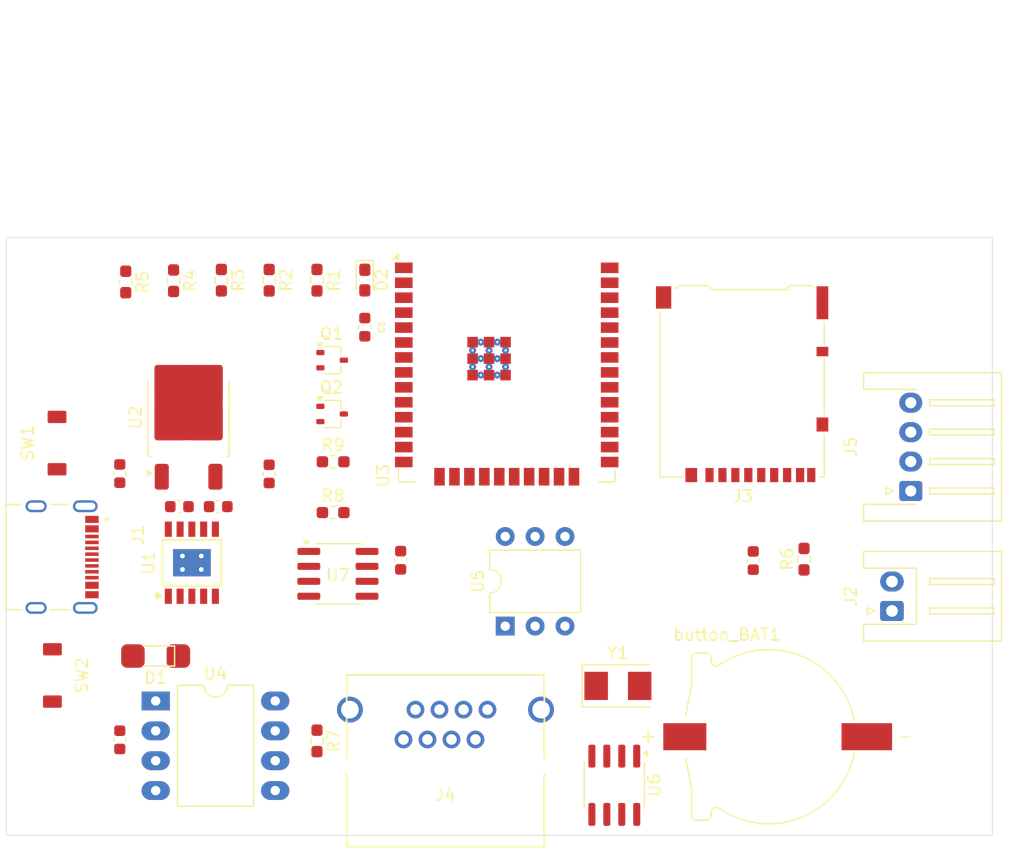
<source format=kicad_pcb>
(kicad_pcb (version 20240108) (generator "pcbnew") (generator_version "8.0")
  (layers (0 "F.Cu" signal) (31 "B.Cu" signal) (34 "B.Paste" user) (35 "F.Paste" user) (36 "B.SilkS" user "B.Silkscreen") (37 "F.SilkS" user "F.Silkscreen") (38 "B.Mask" user) (39 "F.Mask" user) (44 "Edge.Cuts" user))
  (net 0 "")
  (net 1 "GND")
  (net 2 "ext.5V")
  (net 3 "Net-(U1-V3)")
  (net 4 "3.3V")
  (net 5 "EN")
  (net 6 "IO 0")
  (net 7 "Net-(D1-A)")
  (net 8 "Net-(D2-A)")
  (net 9 "DN")
  (net 10 "DP")
  (net 13 "Net-(J1-CC2)")
  (net 14 "Net-(J1-CC1)")
  (net 16 "CLK")
  (net 17 "DAT0")
  (net 20 "DAT3")
  (net 21 "CMD")
  (net 32 "Net-(U4-CANH)")
  (net 34 "Net-(U4-CANL)")
  (net 35 "UART2-GtoE")
  (net 36 "UART2-EtoG")
  (net 37 "RTS")
  (net 38 "Net-(Q1-B)")
  (net 39 "Net-(Q2-B)")
  (net 40 "DTR")
  (net 41 "SDA")
  (net 42 "SCL")
  (net 43 "K-TX>RX")
  (net 44 "32-TX>RX")
  (net 62 "CANTX")
  (net 66 "CANRX")
  (net 70 "Net-(U6-VBAT)")
  (net 72 "Net-(U6-X2)")
  (net 73 "Net-(U6-X1)")
  (footprint "RF_Module:ESP32-WROOM-32E" (layer "F.Cu") (at 192.405 78.94)
    (property "Reference" "U3" (at -10.5 13.5 90) (layer "F.SilkS") (effects (justify left)))
    (property "Value" "ESP32-WROOM-32E")
    (fp_line (start -9.2 12.95) (end -9.2 12) (stroke (width 0.12)) (layer "F.SilkS"))
    (fp_line (start -7.8 12.95) (end -9.2 12.95) (stroke (width 0.12)) (layer "F.SilkS"))
    (fp_line (start 7.8 12.95) (end 9.2 12.95) (stroke (width 0.12)) (layer "F.SilkS"))
    (fp_line (start 9.2 12.95) (end 9.2 12) (stroke (width 0.12)) (layer "F.SilkS"))
    (fp_poly (pts (xy -9.2 -6) (xy -9.7 -6) (xy -9.2 -6.5) (xy -9.2 -6)) (stroke (width 0.12)) (fill solid) (layer "F.SilkS"))
    (pad "1" smd rect (at -8.75 -5.26) (size 1.5 0.9) (layers "F.Cu" "F.Paste" "F.Mask") (net 1 "GND"))
    (pad "2" smd rect (at -8.75 -3.99) (size 1.5 0.9) (layers "F.Cu" "F.Paste" "F.Mask") (net 4 "3.3V"))
    (pad "3" smd rect (at -8.75 -2.72) (size 1.5 0.9) (layers "F.Cu" "F.Paste" "F.Mask") (net 5 "EN"))
    (pad "4" smd rect (at -8.75 -1.45) (size 1.5 0.9) (layers "F.Cu" "F.Paste" "F.Mask"))
    (pad "5" smd rect (at -8.75 -0.18) (size 1.5 0.9) (layers "F.Cu" "F.Paste" "F.Mask"))
    (pad "6" smd rect (at -8.75 1.09) (size 1.5 0.9) (layers "F.Cu" "F.Paste" "F.Mask"))
    (pad "7" smd rect (at -8.75 2.36) (size 1.5 0.9) (layers "F.Cu" "F.Paste" "F.Mask"))
    (pad "8" smd rect (at -8.75 3.63) (size 1.5 0.9) (layers "F.Cu" "F.Paste" "F.Mask"))
    (pad "9" smd rect (at -8.75 4.9) (size 1.5 0.9) (layers "F.Cu" "F.Paste" "F.Mask"))
    (pad "10" smd rect (at -8.75 6.17) (size 1.5 0.9) (layers "F.Cu" "F.Paste" "F.Mask"))
    (pad "11" smd rect (at -8.75 7.44) (size 1.5 0.9) (layers "F.Cu" "F.Paste" "F.Mask"))
    (pad "12" smd rect (at -8.75 8.71) (size 1.5 0.9) (layers "F.Cu" "F.Paste" "F.Mask"))
    (pad "13" smd rect (at -8.75 9.98) (size 1.5 0.9) (layers "F.Cu" "F.Paste" "F.Mask") (net 66 "CANRX"))
    (pad "14" smd rect (at -8.75 11.25) (size 1.5 0.9) (layers "F.Cu" "F.Paste" "F.Mask") (net 62 "CANTX"))
    (pad "15" smd rect (at -5.715 12.5 90) (size 1.5 0.9) (layers "F.Cu" "F.Paste" "F.Mask") (net 1 "GND"))
    (pad "16" smd rect (at -4.445 12.5 90) (size 1.5 0.9) (layers "F.Cu" "F.Paste" "F.Mask"))
    (pad "17" smd rect (at -3.175 12.5 90) (size 1.5 0.9) (layers "F.Cu" "F.Paste" "F.Mask"))
    (pad "18" smd rect (at -1.905 12.5 90) (size 1.5 0.9) (layers "F.Cu" "F.Paste" "F.Mask"))
    (pad "19" smd rect (at -0.635 12.5 90) (size 1.5 0.9) (layers "F.Cu" "F.Paste" "F.Mask"))
    (pad "20" smd rect (at 0.635 12.5 90) (size 1.5 0.9) (layers "F.Cu" "F.Paste" "F.Mask"))
    (pad "21" smd rect (at 1.905 12.5 90) (size 1.5 0.9) (layers "F.Cu" "F.Paste" "F.Mask"))
    (pad "22" smd rect (at 3.175 12.5 90) (size 1.5 0.9) (layers "F.Cu" "F.Paste" "F.Mask"))
    (pad "23" smd rect (at 4.445 12.5 90) (size 1.5 0.9) (layers "F.Cu" "F.Paste" "F.Mask"))
    (pad "24" smd rect (at 5.715 12.5 90) (size 1.5 0.9) (layers "F.Cu" "F.Paste" "F.Mask"))
    (pad "25" smd rect (at 8.75 11.25) (size 1.5 0.9) (layers "F.Cu" "F.Paste" "F.Mask") (net 6 "IO 0"))
    (pad "26" smd rect (at 8.75 9.98) (size 1.5 0.9) (layers "F.Cu" "F.Paste" "F.Mask") (net 20 "DAT3"))
    (pad "27" smd rect (at 8.75 8.71) (size 1.5 0.9) (layers "F.Cu" "F.Paste" "F.Mask") (net 35 "UART2-GtoE"))
    (pad "28" smd rect (at 8.75 7.44) (size 1.5 0.9) (layers "F.Cu" "F.Paste" "F.Mask") (net 36 "UART2-EtoG"))
    (pad "29" smd rect (at 8.75 6.17) (size 1.5 0.9) (layers "F.Cu" "F.Paste" "F.Mask"))
    (pad "30" smd rect (at 8.75 4.9) (size 1.5 0.9) (layers "F.Cu" "F.Paste" "F.Mask") (net 16 "CLK"))
    (pad "31" smd rect (at 8.75 3.63) (size 1.5 0.9) (layers "F.Cu" "F.Paste" "F.Mask") (net 17 "DAT0"))
    (pad "32" smd rect (at 8.75 2.36) (size 1.5 0.9) (layers "F.Cu" "F.Paste" "F.Mask"))
    (pad "33" smd rect (at 8.75 1.09) (size 1.5 0.9) (layers "F.Cu" "F.Paste" "F.Mask") (net 41 "SDA"))
    (pad "34" smd rect (at 8.75 -0.18) (size 1.5 0.9) (layers "F.Cu" "F.Paste" "F.Mask") (net 43 "K-TX>RX"))
    (pad "35" smd rect (at 8.75 -1.45) (size 1.5 0.9) (layers "F.Cu" "F.Paste" "F.Mask") (net 44 "32-TX>RX"))
    (pad "36" smd rect (at 8.75 -2.72) (size 1.5 0.9) (layers "F.Cu" "F.Paste" "F.Mask") (net 42 "SCL"))
    (pad "37" smd rect (at 8.75 -3.99) (size 1.5 0.9) (layers "F.Cu" "F.Paste" "F.Mask") (net 21 "CMD"))
    (pad "38" smd rect (at 8.75 -5.26) (size 1.5 0.9) (layers "F.Cu" "F.Paste" "F.Mask") (net 1 "GND"))
    (pad "39" smd rect (at -2.9 1.06) (size 0.9 0.9) (layers "F.Cu" "F.Paste" "F.Mask") (net 1 "GND"))
    (pad "39" thru_hole circle (at -2.9 1.76) (size 0.6 0.6) (drill 0.2) (layers "*.Cu" "*.Mask") (net 1 "GND"))
    (pad "39" smd rect (at -2.9 2.46) (size 0.9 0.9) (layers "F.Cu" "F.Paste" "F.Mask") (net 1 "GND"))
    (pad "39" thru_hole circle (at -2.9 3.16) (size 0.6 0.6) (drill 0.2) (layers "*.Cu" "*.Mask") (net 1 "GND"))
    (pad "39" smd rect (at -2.9 3.86) (size 0.9 0.9) (layers "F.Cu" "F.Paste" "F.Mask") (net 1 "GND"))
    (pad "39" thru_hole circle (at -2.2 1.06) (size 0.6 0.6) (drill 0.2) (layers "*.Cu" "*.Mask") (net 1 "GND"))
    (pad "39" thru_hole circle (at -2.2 2.46) (size 0.6 0.6) (drill 0.2) (layers "*.Cu" "*.Mask") (net 1 "GND"))
    (pad "39" thru_hole circle (at -2.2 3.86) (size 0.6 0.6) (drill 0.2) (layers "*.Cu" "*.Mask") (net 1 "GND"))
    (pad "39" smd rect (at -1.5 1.06) (size 0.9 0.9) (layers "F.Cu" "F.Paste" "F.Mask") (net 1 "GND"))
    (pad "39" thru_hole circle (at -1.5 1.76) (size 0.6 0.6) (drill 0.2) (layers "*.Cu" "*.Mask") (net 1 "GND"))
    (pad "39" smd rect (at -1.5 2.46) (size 0.9 0.9) (layers "F.Cu" "F.Paste" "F.Mask") (net 1 "GND"))
    (pad "39" thru_hole circle (at -1.5 3.16) (size 0.6 0.6) (drill 0.2) (layers "*.Cu" "*.Mask") (net 1 "GND"))
    (pad "39" smd rect (at -1.5 3.86) (size 0.9 0.9) (layers "F.Cu" "F.Paste" "F.Mask") (net 1 "GND"))
    (pad "39" thru_hole circle (at -0.8 1.06) (size 0.6 0.6) (drill 0.2) (layers "*.Cu" "*.Mask") (net 1 "GND"))
    (pad "39" thru_hole circle (at -0.8 2.46) (size 0.6 0.6) (drill 0.2) (layers "*.Cu" "*.Mask") (net 1 "GND"))
    (pad "39" thru_hole circle (at -0.8 3.86) (size 0.6 0.6) (drill 0.2) (layers "*.Cu" "*.Mask") (net 1 "GND"))
    (pad "39" smd rect (at -0.1 1.06) (size 0.9 0.9) (layers "F.Cu" "F.Paste" "F.Mask") (net 1 "GND"))
    (pad "39" thru_hole circle (at -0.1 1.76) (size 0.6 0.6) (drill 0.2) (layers "*.Cu" "*.Mask") (net 1 "GND"))
    (pad "39" smd rect (at -0.1 2.46) (size 0.9 0.9) (layers "F.Cu" "F.Paste" "F.Mask") (net 1 "GND"))
    (pad "39" thru_hole circle (at -0.1 3.16) (size 0.6 0.6) (drill 0.2) (layers "*.Cu" "*.Mask") (net 1 "GND"))
    (pad "39" smd rect (at -0.1 3.86) (size 0.9 0.9) (layers "F.Cu" "F.Paste" "F.Mask") (net 1 "GND"))
  )
  (footprint "Package_DIP:DIP-8_W10.16mm_LongPads" (layer "F.Cu") (at 162.565 110.5)
    (property "Reference" "U4" (at 5.08 -2.33 360) (layer "F.SilkS"))
    (property "Value" "MCP2561-E-P")
    (fp_line (start 1.845 -1.33) (end 1.845 8.95) (stroke (width 0.12)) (layer "F.SilkS"))
    (fp_line (start 1.845 8.95) (end 8.315 8.95) (stroke (width 0.12)) (layer "F.SilkS"))
    (fp_line (start 4.08 -1.33) (end 1.845 -1.33) (stroke (width 0.12)) (layer "F.SilkS"))
    (fp_line (start 8.315 -1.33) (end 6.08 -1.33) (stroke (width 0.12)) (layer "F.SilkS"))
    (fp_line (start 8.315 8.95) (end 8.315 -1.33) (stroke (width 0.12)) (layer "F.SilkS"))
    (fp_arc (start 6.08 -1.33) (mid 5.08 -0.33) (end 4.08 -1.33) (stroke (width 0.12)) (layer "F.SilkS"))
    (pad "1" thru_hole rect (at 0 0) (size 2.4 1.6) (drill 0.8) (layers "*.Cu" "*.Mask") (net 62 "CANTX"))
    (pad "2" thru_hole oval (at 0 2.54) (size 2.4 1.6) (drill 0.8) (layers "*.Cu" "*.Mask") (net 1 "GND"))
    (pad "3" thru_hole oval (at 0 5.08) (size 2.4 1.6) (drill 0.8) (layers "*.Cu" "*.Mask") (net 2 "ext.5V"))
    (pad "4" thru_hole oval (at 0 7.62) (size 2.4 1.6) (drill 0.8) (layers "*.Cu" "*.Mask") (net 66 "CANRX"))
    (pad "5" thru_hole oval (at 10.16 7.62) (size 2.4 1.6) (drill 0.8) (layers "*.Cu" "*.Mask"))
    (pad "6" thru_hole oval (at 10.16 5.08) (size 2.4 1.6) (drill 0.8) (layers "*.Cu" "*.Mask") (net 34 "Net-(U4-CANL)"))
    (pad "7" thru_hole oval (at 10.16 2.54) (size 2.4 1.6) (drill 0.8) (layers "*.Cu" "*.Mask") (net 32 "Net-(U4-CANH)"))
    (pad "8" thru_hole oval (at 10.16 0) (size 2.4 1.6) (drill 0.8) (layers "*.Cu" "*.Mask") (net 1 "GND"))
  )
  (footprint "MountingHole:MountingHole_3.2mm_M3" (layer "F.Cu") (at 154.94 116.84)
    (property "Reference" "REF**" (hide yes))
    (property "Value" "MountingHole_3.2mm_M3" (hide yes))
    (pad "" np_thru_hole circle (at 0 0) (size 3.2 3.2) (drill 3.2) (layers "F&B.Cu" "*.Mask"))
  )
  (footprint "Package_DIP:DIP-6_W7.62mm" (layer "F.Cu") (at 192.278 104.14 90)
    (property "Reference" "U5" (at 3.81 -2.33 270) (layer "F.SilkS"))
    (property "Value" "akizuki-BMX055")
    (fp_line (start 6.46 -1.33) (end 4.81 -1.33) (stroke (width 0.12)) (layer "F.SilkS"))
    (fp_line (start 2.81 -1.33) (end 1.16 -1.33) (stroke (width 0.12)) (layer "F.SilkS"))
    (fp_line (start 1.16 -1.33) (end 1.16 6.41) (stroke (width 0.12)) (layer "F.SilkS"))
    (fp_line (start 6.46 6.41) (end 6.46 -1.33) (stroke (width 0.12)) (layer "F.SilkS"))
    (fp_line (start 1.16 6.41) (end 6.46 6.41) (stroke (width 0.12)) (layer "F.SilkS"))
    (fp_arc (start 4.81 -1.33) (mid 3.81 -0.33) (end 2.81 -1.33) (stroke (width 0.12)) (layer "F.SilkS"))
    (pad "1" thru_hole rect (at 0 0 90) (size 1.6 1.6) (drill 0.8) (layers "*.Cu" "*.Mask") (net 1 "GND"))
    (pad "2" thru_hole oval (at 0 2.54 90) (size 1.6 1.6) (drill 0.8) (layers "*.Cu" "*.Mask") (net 41 "SDA"))
    (pad "3" thru_hole oval (at 0 5.08 90) (size 1.6 1.6) (drill 0.8) (layers "*.Cu" "*.Mask") (net 42 "SCL"))
    (pad "4" thru_hole oval (at 7.62 5.08 90) (size 1.6 1.6) (drill 0.8) (layers "*.Cu" "*.Mask") (net 4 "3.3V"))
    (pad "5" thru_hole oval (at 7.62 2.54 90) (size 1.6 1.6) (drill 0.8) (layers "*.Cu" "*.Mask"))
    (pad "6" thru_hole oval (at 7.62 0 90) (size 1.6 1.6) (drill 0.8) (layers "*.Cu" "*.Mask") (net 4 "3.3V"))
  )
  (footprint "snapEDA:NELTRON_5077CR-16SMC2-BK-TR" (layer "F.Cu") (at 156.08 98.27 -90)
    (property "Reference" "J1" (at -1.895 -4.955 90) (layer "F.SilkS"))
    (property "Value" "5077CR-16SMC2-BK-TR")
    (fp_line (start -4.47 6.28) (end -4.47 4.9) (stroke (width 0.127)) (layer "F.SilkS"))
    (fp_line (start 4.47 6.28) (end -4.47 6.28) (stroke (width 0.127)) (layer "F.SilkS"))
    (fp_line (start 4.47 6.28) (end 4.47 4.9) (stroke (width 0.127)) (layer "F.SilkS"))
    (fp_line (start -4.47 2.46) (end -4.47 0.87) (stroke (width 0.127)) (layer "F.SilkS"))
    (fp_line (start 4.47 2.46) (end 4.47 0.87) (stroke (width 0.127)) (layer "F.SilkS"))
    (fp_circle (center -3.2 -2.32) (end -3.1 -2.32) (stroke (width 0.2)) (fill none) (layer "F.SilkS"))
    (pad "" np_thru_hole circle (at -2.89 0 270) (size 0.65 0.65) (drill 0.65) (layers "*.Cu" "*.Mask"))
    (pad "" np_thru_hole circle (at 2.89 0 270) (size 0.65 0.65) (drill 0.65) (layers "*.Cu" "*.Mask"))
    (pad "A1_B12" smd rect (at -3.2 -1.065 270) (size 0.6 1.15) (layers "F.Cu" "F.Paste" "F.Mask") (net 1 "GND"))
    (pad "A4_B9" smd rect (at -2.4 -1.065 270) (size 0.6 1.15) (layers "F.Cu" "F.Paste" "F.Mask") (net 7 "Net-(D1-A)"))
    (pad "A5" smd rect (at -1.25 -1.065 270) (size 0.3 1.15) (layers "F.Cu" "F.Paste" "F.Mask") (net 14 "Net-(J1-CC1)"))
    (pad "A6" smd rect (at -0.25 -1.065 270) (size 0.3 1.15) (layers "F.Cu" "F.Paste" "F.Mask") (net 10 "DP"))
    (pad "A7" smd rect (at 0.25 -1.065 270) (size 0.3 1.15) (layers "F.Cu" "F.Paste" "F.Mask") (net 9 "DN"))
    (pad "A8" smd rect (at 1.25 -1.065 270) (size 0.3 1.15) (layers "F.Cu" "F.Paste" "F.Mask"))
    (pad "B1_A12" smd rect (at 3.2 -1.065 270) (size 0.6 1.15) (layers "F.Cu" "F.Paste" "F.Mask") (net 1 "GND"))
    (pad "B4_A9" smd rect (at 2.4 -1.065 270) (size 0.6 1.15) (layers "F.Cu" "F.Paste" "F.Mask") (net 7 "Net-(D1-A)"))
    (pad "B5" smd rect (at 1.75 -1.065 270) (size 0.3 1.15) (layers "F.Cu" "F.Paste" "F.Mask") (net 13 "Net-(J1-CC2)"))
    (pad "B6" smd rect (at 0.75 -1.065 270) (size 0.3 1.15) (layers "F.Cu" "F.Paste" "F.Mask") (net 10 "DP"))
    (pad "B7" smd rect (at -0.75 -1.065 270) (size 0.3 1.15) (layers "F.Cu" "F.Paste" "F.Mask") (net 9 "DN"))
    (pad "B8" smd rect (at -1.75 -1.065 270) (size 0.3 1.15) (layers "F.Cu" "F.Paste" "F.Mask"))
    (pad "S1" thru_hole oval (at -4.32 3.68 270) (size 1 1.8) (drill oval 0.6 1.4) (layers "*.Cu" "*.Mask") (net 1 "GND"))
    (pad "S2" thru_hole oval (at 4.32 3.68 270) (size 1 1.8) (drill oval 0.6 1.4) (layers "*.Cu" "*.Mask") (net 1 "GND"))
    (pad "S3" thru_hole oval (at -4.32 -0.5 270) (size 1 2.1) (drill oval 0.6 1.7) (layers "*.Cu" "*.Mask") (net 1 "GND"))
    (pad "S4" thru_hole oval (at 4.32 -0.5 270) (size 1 2.1) (drill oval 0.6 1.7) (layers "*.Cu" "*.Mask") (net 1 "GND"))
  )
  (footprint "Resistor_SMD:R_0603_1608Metric_Pad0.98x0.95mm_HandSolder" (layer "F.Cu") (at 217.678 98.4485 90)
    (property "Reference" "R6" (at 0 -1.43 270) (layer "F.SilkS"))
    (property "Value" "10k")
    (fp_line (start -0.254724 -0.5225) (end 0.254724 -0.5225) (stroke (width 0.12)) (layer "F.SilkS"))
    (fp_line (start -0.254724 0.5225) (end 0.254724 0.5225) (stroke (width 0.12)) (layer "F.SilkS"))
    (pad "1" smd roundrect (at -0.9125 0 90) (size 0.975 0.95) (layers "F.Cu" "F.Paste" "F.Mask") (net 4 "3.3V"))
    (pad "2" smd roundrect (at 0.9125 0 90) (size 0.975 0.95) (layers "F.Cu" "F.Paste" "F.Mask") (net 5 "EN"))
  )
  (footprint "SparkFun-Capacitor:C_0603_1608Metric" (layer "F.Cu") (at 159.512 113.805 90)
    (property "Reference" "C7")
    (property "Value" "0.1μ")
    (fp_line (start -0.14058 -0.51) (end 0.14058 -0.51) (stroke (width 0.12)) (layer "F.SilkS"))
    (fp_line (start -0.14058 0.51) (end 0.14058 0.51) (stroke (width 0.12)) (layer "F.SilkS"))
    (pad "1" smd roundrect (at -0.775 0 90) (size 0.9 0.95) (layers "F.Cu" "F.Paste" "F.Mask") (net 2 "ext.5V"))
    (pad "2" smd roundrect (at 0.775 0 90) (size 0.9 0.95) (layers "F.Cu" "F.Paste" "F.Mask") (net 1 "GND"))
  )
  (footprint "Resistor_SMD:R_0603_1608Metric_Pad0.98x0.95mm_HandSolder" (layer "F.Cu") (at 168.148 74.7325 -90)
    (property "Reference" "R3" (at 0 -1.43 90) (layer "F.SilkS"))
    (property "Value" "1k")
    (fp_line (start -0.254724 0.5225) (end 0.254724 0.5225) (stroke (width 0.12)) (layer "F.SilkS"))
    (fp_line (start -0.254724 -0.5225) (end 0.254724 -0.5225) (stroke (width 0.12)) (layer "F.SilkS"))
    (pad "1" smd roundrect (at -0.9125 0 270) (size 0.975 0.95) (layers "F.Cu" "F.Paste" "F.Mask") (net 2 "ext.5V"))
    (pad "2" smd roundrect (at 0.9125 0 270) (size 0.975 0.95) (layers "F.Cu" "F.Paste" "F.Mask") (net 8 "Net-(D2-A)"))
  )
  (footprint "Connector_JST:JST_XH_S4B-XH-A-1_1x04_P2.50mm_Horizontal" (layer "F.Cu") (at 226.75 92.65 90)
    (property "Reference" "J5" (at 3.75 -5.1 -90) (layer "F.SilkS"))
    (property "Value" "B4B-XH-A_LF__SN_")
    (fp_line (start 10.06 -4.01) (end 8.64 -4.01) (stroke (width 0.12)) (layer "F.SilkS"))
    (fp_line (start 8.64 -4.01) (end 8.64 0.49) (stroke (width 0.12)) (layer "F.SilkS"))
    (fp_line (start -1.14 -4.01) (end -1.14 0.49) (stroke (width 0.12)) (layer "F.SilkS"))
    (fp_line (start -2.56 -4.01) (end -1.14 -4.01) (stroke (width 0.12)) (layer "F.SilkS"))
    (fp_line (start 0.3 -2.1) (end 0 -1.5) (stroke (width 0.12)) (layer "F.SilkS"))
    (fp_line (start -0.3 -2.1) (end 0.3 -2.1) (stroke (width 0.12)) (layer "F.SilkS"))
    (fp_line (start 0 -1.5) (end -0.3 -2.1) (stroke (width 0.12)) (layer "F.SilkS"))
    (fp_line (start 7.75 1.6) (end 7.25 1.6) (stroke (width 0.12)) (layer "F.SilkS"))
    (fp_line (start 7.25 1.6) (end 7.25 7.1) (stroke (width 0.12)) (layer "F.SilkS"))
    (fp_line (start 5.25 1.6) (end 4.75 1.6) (stroke (width 0.12)) (layer "F.SilkS"))
    (fp_line (start 4.75 1.6) (end 4.75 7.1) (stroke (width 0.12)) (layer "F.SilkS"))
    (fp_line (start 2.75 1.6) (end 2.25 1.6) (stroke (width 0.12)) (layer "F.SilkS"))
    (fp_line (start 2.25 1.6) (end 2.25 7.1) (stroke (width 0.12)) (layer "F.SilkS"))
    (fp_line (start 0.25 1.6) (end -0.25 1.6) (stroke (width 0.12)) (layer "F.SilkS"))
    (fp_line (start -0.25 1.6) (end -0.25 7.1) (stroke (width 0.12)) (layer "F.SilkS"))
    (fp_line (start 7.75 7.1) (end 7.75 1.6) (stroke (width 0.12)) (layer "F.SilkS"))
    (fp_line (start 7.25 7.1) (end 7.75 7.1) (stroke (width 0.12)) (layer "F.SilkS"))
    (fp_line (start 5.25 7.1) (end 5.25 1.6) (stroke (width 0.12)) (layer "F.SilkS"))
    (fp_line (start 4.75 7.1) (end 5.25 7.1) (stroke (width 0.12)) (layer "F.SilkS"))
    (fp_line (start 2.75 7.1) (end 2.75 1.6) (stroke (width 0.12)) (layer "F.SilkS"))
    (fp_line (start 2.25 7.1) (end 2.75 7.1) (stroke (width 0.12)) (layer "F.SilkS"))
    (fp_line (start 0.25 7.1) (end 0.25 1.6) (stroke (width 0.12)) (layer "F.SilkS"))
    (fp_line (start -0.25 7.1) (end 0.25 7.1) (stroke (width 0.12)) (layer "F.SilkS"))
    (fp_line (start 10.06 7.71) (end 10.06 -4.01) (stroke (width 0.12)) (layer "F.SilkS"))
    (fp_line (start 3.75 7.71) (end 10.06 7.71) (stroke (width 0.12)) (layer "F.SilkS"))
    (fp_line (start 3.75 7.71) (end -2.56 7.71) (stroke (width 0.12)) (layer "F.SilkS"))
    (fp_line (start -2.56 7.71) (end -2.56 -4.01) (stroke (width 0.12)) (layer "F.SilkS"))
    (pad "1" thru_hole roundrect (at 0 0 90) (size 1.7 1.95) (drill 0.95) (layers "*.Cu" "*.Mask") (roundrect_rratio 0.147059) (net 2 "ext.5V"))
    (pad "2" thru_hole oval (at 2.5 0 90) (size 1.7 1.95) (drill 0.95) (layers "*.Cu" "*.Mask") (net 35 "UART2-GtoE"))
    (pad "3" thru_hole oval (at 5 0 90) (size 1.7 1.95) (drill 0.95) (layers "*.Cu" "*.Mask") (net 36 "UART2-EtoG"))
    (pad "4" thru_hole oval (at 7.5 0 90) (size 1.7 1.95) (drill 0.95) (layers "*.Cu" "*.Mask") (net 1 "GND"))
  )
  (footprint "Button_Switch_additional:TVAF06-A020B-R" (layer "F.Cu") (at 153.786 108.331)
    (property "Reference" "SW2" (at 2.5 0 90) (layer "F.SilkS"))
    (property "Value" "SW_Push")
    (pad "" np_thru_hole circle (at -0.9 0) (size 0.75 0.75) (drill 0.75) (layers "*.Cu" "*.Mask"))
    (pad "" np_thru_hole circle (at 0.9 0) (size 0.75 0.75) (drill 0.75) (layers "*.Cu" "*.Mask"))
    (pad "1" smd roundrect (at 0 2.225) (size 1.6 1.05) (layers "F.Cu" "F.Paste" "F.Mask") (roundrect_rratio 0.125) (net 1 "GND"))
    (pad "2" smd roundrect (at 0 -2.225) (size 1.6 1.05) (layers "F.Cu" "F.Paste" "F.Mask") (roundrect_rratio 0.125) (net 6 "IO 0"))
  )
  (footprint "Package_TO_SOT_SMD:SOT-323_SC-70" (layer "F.Cu") (at 177.562 86.106)
    (property "Reference" "Q2" (at -0.05 -2.25 0) (layer "F.SilkS"))
    (property "Value" "2SC2712-GR" (hide yes))
    (fp_line (start -0.68 -1.16) (end 0.73 -1.16) (stroke (width 0.12)) (layer "F.SilkS"))
    (fp_line (start -0.68 1.16) (end 0.73 1.16) (stroke (width 0.12)) (layer "F.SilkS"))
    (fp_line (start 0.73 -1.16) (end 0.73 -0.5) (stroke (width 0.12)) (layer "F.SilkS"))
    (fp_line (start 0.73 0.5) (end 0.73 1.16) (stroke (width 0.12)) (layer "F.SilkS"))
    (fp_poly (pts (xy -1.05 -1.14) (xy -1.29 -1.47) (xy -0.81 -1.47) (xy -1.05 -1.14)) (stroke (width 0.12)) (fill solid) (layer "F.SilkS"))
    (pad "1" smd roundrect (at -1 -0.65 270) (size 0.45 0.7) (layers "F.Cu" "F.Paste" "F.Mask") (net 39 "Net-(Q2-B)"))
    (pad "2" smd roundrect (at -1 0.65 270) (size 0.45 0.7) (layers "F.Cu" "F.Paste" "F.Mask") (net 40 "DTR"))
    (pad "3" smd roundrect (at 1 0 270) (size 0.45 0.7) (layers "F.Cu" "F.Paste" "F.Mask") (net 6 "IO 0"))
  )
  (footprint "SparkFun-Capacitor:C_0603_1608Metric" (layer "F.Cu") (at 164.579 93.98)
    (property "Reference" "C2")
    (property "Value" "0.1μ")
    (fp_line (start -0.14058 -0.51) (end 0.14058 -0.51) (stroke (width 0.12)) (layer "F.SilkS"))
    (fp_line (start -0.14058 0.51) (end 0.14058 0.51) (stroke (width 0.12)) (layer "F.SilkS"))
    (pad "1" smd roundrect (at -0.775 0) (size 0.9 0.95) (layers "F.Cu" "F.Paste" "F.Mask") (net 3 "Net-(U1-V3)"))
    (pad "2" smd roundrect (at 0.775 0) (size 0.9 0.95) (layers "F.Cu" "F.Paste" "F.Mask") (net 1 "GND"))
  )
  (footprint "LED_SMD:LED_0603_1608Metric_Pad1.05x0.95mm_HandSolder" (layer "F.Cu") (at 180.34 74.723 -90)
    (property "Reference" "D2" (at 0 -1.43 90) (layer "F.SilkS"))
    (property "Value" "LED")
    (fp_line (start -1.66 0.735) (end 0.8 0.735) (stroke (width 0.12)) (layer "F.SilkS"))
    (fp_line (start -1.66 -0.735) (end -1.66 0.735) (stroke (width 0.12)) (layer "F.SilkS"))
    (fp_line (start 0.8 -0.735) (end -1.66 -0.735) (stroke (width 0.12)) (layer "F.SilkS"))
    (pad "1" smd roundrect (at -0.875 0 270) (size 1.05 0.95) (layers "F.Cu" "F.Paste" "F.Mask") (net 1 "GND"))
    (pad "2" smd roundrect (at 0.875 0 270) (size 1.05 0.95) (layers "F.Cu" "F.Paste" "F.Mask") (net 8 "Net-(D2-A)"))
  )
  (footprint "Package_TO_SOT_SMD:SOT-323_SC-70" (layer "F.Cu") (at 177.562 81.534)
    (property "Reference" "Q1" (at -0.05 -2.25 0) (layer "F.SilkS"))
    (property "Value" "2SC2712-GR" (hide yes))
    (fp_line (start -0.68 -1.16) (end 0.73 -1.16) (stroke (width 0.12)) (layer "F.SilkS"))
    (fp_line (start -0.68 1.16) (end 0.73 1.16) (stroke (width 0.12)) (layer "F.SilkS"))
    (fp_line (start 0.73 -1.16) (end 0.73 -0.5) (stroke (width 0.12)) (layer "F.SilkS"))
    (fp_line (start 0.73 0.5) (end 0.73 1.16) (stroke (width 0.12)) (layer "F.SilkS"))
    (fp_poly (pts (xy -1.05 -1.14) (xy -1.29 -1.47) (xy -0.81 -1.47) (xy -1.05 -1.14)) (stroke (width 0.12)) (fill solid) (layer "F.SilkS"))
    (pad "1" smd roundrect (at -1 -0.65 270) (size 0.45 0.7) (layers "F.Cu" "F.Paste" "F.Mask") (net 38 "Net-(Q1-B)"))
    (pad "2" smd roundrect (at -1 0.65 270) (size 0.45 0.7) (layers "F.Cu" "F.Paste" "F.Mask") (net 37 "RTS"))
    (pad "3" smd roundrect (at 1 0 270) (size 0.45 0.7) (layers "F.Cu" "F.Paste" "F.Mask") (net 5 "EN"))
  )
  (footprint "SparkFun-Capacitor:C_0603_1608Metric" (layer "F.Cu") (at 167.881 93.98)
    (property "Reference" "C1")
    (property "Value" "0.1μ")
    (fp_line (start -0.14058 -0.51) (end 0.14058 -0.51) (stroke (width 0.12)) (layer "F.SilkS"))
    (fp_line (start -0.14058 0.51) (end 0.14058 0.51) (stroke (width 0.12)) (layer "F.SilkS"))
    (pad "1" smd roundrect (at -0.775 0) (size 0.9 0.95) (layers "F.Cu" "F.Paste" "F.Mask") (net 1 "GND"))
    (pad "2" smd roundrect (at 0.775 0) (size 0.9 0.95) (layers "F.Cu" "F.Paste" "F.Mask") (net 2 "ext.5V"))
  )
  (footprint "Connector_JST:JST_XH_S2B-XH-A_1x02_P2.50mm_Horizontal" (layer "F.Cu") (at 225.15 102.85 90)
    (property "Reference" "J2" (at 1.25 -3.5 270) (layer "F.SilkS"))
    (property "Value" "B2B-XH-A_LF__SN_")
    (fp_line (start 5.06 -2.41) (end 3.64 -2.41) (stroke (width 0.12)) (layer "F.SilkS"))
    (fp_line (start 3.64 -2.41) (end 3.64 2.09) (stroke (width 0.12)) (layer "F.SilkS"))
    (fp_line (start -1.14 -2.41) (end -1.14 2.09) (stroke (width 0.12)) (layer "F.SilkS"))
    (fp_line (start -2.56 -2.41) (end -1.14 -2.41) (stroke (width 0.12)) (layer "F.SilkS"))
    (fp_line (start 0.3 -2.1) (end 0 -1.5) (stroke (width 0.12)) (layer "F.SilkS"))
    (fp_line (start -0.3 -2.1) (end 0.3 -2.1) (stroke (width 0.12)) (layer "F.SilkS"))
    (fp_line (start 0 -1.5) (end -0.3 -2.1) (stroke (width 0.12)) (layer "F.SilkS"))
    (fp_line (start 3.64 2.09) (end 1.25 2.09) (stroke (width 0.12)) (layer "F.SilkS"))
    (fp_line (start -1.14 2.09) (end 1.25 2.09) (stroke (width 0.12)) (layer "F.SilkS"))
    (fp_line (start 2.75 3.2) (end 2.25 3.2) (stroke (width 0.12)) (layer "F.SilkS"))
    (fp_line (start 2.25 3.2) (end 2.25 8.7) (stroke (width 0.12)) (layer "F.SilkS"))
    (fp_line (start 0.25 3.2) (end -0.25 3.2) (stroke (width 0.12)) (layer "F.SilkS"))
    (fp_line (start -0.25 3.2) (end -0.25 8.7) (stroke (width 0.12)) (layer "F.SilkS"))
    (fp_line (start 2.75 8.7) (end 2.75 3.2) (stroke (width 0.12)) (layer "F.SilkS"))
    (fp_line (start 2.25 8.7) (end 2.75 8.7) (stroke (width 0.12)) (layer "F.SilkS"))
    (fp_line (start 0.25 8.7) (end 0.25 3.2) (stroke (width 0.12)) (layer "F.SilkS"))
    (fp_line (start -0.25 8.7) (end 0.25 8.7) (stroke (width 0.12)) (layer "F.SilkS"))
    (fp_line (start 5.06 9.31) (end 5.06 -2.41) (stroke (width 0.12)) (layer "F.SilkS"))
    (fp_line (start 1.25 9.31) (end 5.06 9.31) (stroke (width 0.12)) (layer "F.SilkS"))
    (fp_line (start 1.25 9.31) (end -2.56 9.31) (stroke (width 0.12)) (layer "F.SilkS"))
    (fp_line (start -2.56 9.31) (end -2.56 -2.41) (stroke (width 0.12)) (layer "F.SilkS"))
    (pad "1" thru_hole roundrect (at 0 0 90) (size 1.7 2) (drill 1) (layers "*.Cu" "*.Mask") (roundrect_rratio 0.147059) (net 2 "ext.5V"))
    (pad "2" thru_hole oval (at 2.5 0 90) (size 1.7 2) (drill 1) (layers "*.Cu" "*.Mask") (net 1 "GND"))
  )
  (footprint "SparkFun-Capacitor:C_0603_1608Metric" (layer "F.Cu") (at 213.36 98.565 90)
    (property "Reference" "C6")
    (property "Value" "0.1μ")
    (fp_line (start -0.14058 -0.51) (end 0.14058 -0.51) (stroke (width 0.12)) (layer "F.SilkS"))
    (fp_line (start -0.14058 0.51) (end 0.14058 0.51) (stroke (width 0.12)) (layer "F.SilkS"))
    (pad "1" smd roundrect (at -0.775 0 90) (size 0.9 0.95) (layers "F.Cu" "F.Paste" "F.Mask") (net 1 "GND"))
    (pad "2" smd roundrect (at 0.775 0 90) (size 0.9 0.95) (layers "F.Cu" "F.Paste" "F.Mask") (net 6 "IO 0"))
  )
  (footprint "SparkFun-Capacitor:C_0603_1608Metric" (layer "F.Cu") (at 172.212 91.199 90)
    (property "Reference" "C4")
    (property "Value" "22μF")
    (fp_line (start -0.14058 -0.51) (end 0.14058 -0.51) (stroke (width 0.12)) (layer "F.SilkS"))
    (fp_line (start -0.14058 0.51) (end 0.14058 0.51) (stroke (width 0.12)) (layer "F.SilkS"))
    (pad "1" smd roundrect (at -0.775 0 90) (size 0.9 0.95) (layers "F.Cu" "F.Paste" "F.Mask") (net 4 "3.3V"))
    (pad "2" smd roundrect (at 0.775 0 90) (size 0.9 0.95) (layers "F.Cu" "F.Paste" "F.Mask") (net 1 "GND"))
  )
  (footprint "Button_Switch_additional:TVAF06-A020B-R" (layer "F.Cu") (at 154.178 88.58 180)
    (property "Reference" "SW1" (at 2.5 0 270) (layer "F.SilkS"))
    (property "Value" "SW_Push")
    (pad "" np_thru_hole circle (at -0.9 0 180) (size 0.75 0.75) (drill 0.75) (layers "*.Cu" "*.Mask"))
    (pad "" np_thru_hole circle (at 0.9 0 180) (size 0.75 0.75) (drill 0.75) (layers "*.Cu" "*.Mask"))
    (pad "1" smd roundrect (at 0 2.225 180) (size 1.6 1.05) (layers "F.Cu" "F.Paste" "F.Mask") (roundrect_rratio 0.125) (net 1 "GND"))
    (pad "2" smd roundrect (at 0 -2.225 180) (size 1.6 1.05) (layers "F.Cu" "F.Paste" "F.Mask") (roundrect_rratio 0.125) (net 5 "EN"))
  )
  (footprint "Resistor_SMD:R_0603_1608Metric_Pad0.98x0.95mm_HandSolder" (layer "F.Cu") (at 172.212 74.7325 -90)
    (property "Reference" "R2" (at 0 -1.43 90) (layer "F.SilkS"))
    (property "Value" "5.1k")
    (fp_line (start -0.254724 0.5225) (end 0.254724 0.5225) (stroke (width 0.12)) (layer "F.SilkS"))
    (fp_line (start -0.254724 -0.5225) (end 0.254724 -0.5225) (stroke (width 0.12)) (layer "F.SilkS"))
    (pad "1" smd roundrect (at -0.9125 0 270) (size 0.975 0.95) (layers "F.Cu" "F.Paste" "F.Mask") (net 14 "Net-(J1-CC1)"))
    (pad "2" smd roundrect (at 0.9125 0 270) (size 0.975 0.95) (layers "F.Cu" "F.Paste" "F.Mask") (net 1 "GND"))
  )
  (footprint "Diode_SMD:D_SOD-323F" (layer "F.Cu") (at 162.56 106.68 180)
    (property "Reference" "D1" (at 0 -1.85 180) (layer "F.SilkS"))
    (property "Value" "CUHS20F30")
    (fp_line (start -1.61 0.85) (end 1.05 0.85) (stroke (width 0.12)) (layer "F.SilkS"))
    (fp_line (start -1.61 -0.85) (end 1.05 -0.85) (stroke (width 0.12)) (layer "F.SilkS"))
    (fp_line (start -1.61 -0.85) (end -1.61 0.85) (stroke (width 0.12)) (layer "F.SilkS"))
    (pad "1" smd roundrect (at -1.9304 0 180) (size 2 2) (layers "F.Cu" "F.Paste" "F.Mask") (net 2 "ext.5V"))
    (pad "2" smd roundrect (at 1.9304 0 180) (size 2 2) (layers "F.Cu" "F.Paste" "F.Mask") (net 7 "Net-(D1-A)"))
  )
  (footprint "SparkFun-Capacitor:C_0603_1608Metric" (layer "F.Cu") (at 159.512 91.173 90)
    (property "Reference" "C3")
    (property "Value" "10μF")
    (fp_line (start -0.14058 -0.51) (end 0.14058 -0.51) (stroke (width 0.12)) (layer "F.SilkS"))
    (fp_line (start -0.14058 0.51) (end 0.14058 0.51) (stroke (width 0.12)) (layer "F.SilkS"))
    (pad "1" smd roundrect (at -0.775 0 90) (size 0.9 0.95) (layers "F.Cu" "F.Paste" "F.Mask") (net 2 "ext.5V"))
    (pad "2" smd roundrect (at 0.775 0 90) (size 0.9 0.95) (layers "F.Cu" "F.Paste" "F.Mask") (net 1 "GND"))
  )
  (footprint "SparkFun-Capacitor:C_0603_1608Metric" (layer "F.Cu") (at 183.388 98.539 -90)
    (property "Reference" "C8")
    (property "Value" "100μF")
    (fp_line (start -0.14058 0.51) (end 0.14058 0.51) (stroke (width 0.12)) (layer "F.SilkS"))
    (fp_line (start -0.14058 -0.51) (end 0.14058 -0.51) (stroke (width 0.12)) (layer "F.SilkS"))
    (pad "1" smd roundrect (at -0.775 0 270) (size 0.9 0.95) (layers "F.Cu" "F.Paste" "F.Mask") (net 2 "ext.5V"))
    (pad "2" smd roundrect (at 0.775 0 270) (size 0.9 0.95) (layers "F.Cu" "F.Paste" "F.Mask") (net 1 "GND"))
  )
  (footprint "Package_SO:SOIC-8_3.9x4.9mm_P1.27mm" (layer "F.Cu") (at 201.549 117.667 -90)
    (property "Reference" "U6" (at 0 -3.4 90) (layer "F.SilkS"))
    (property "Value" "DS1307ZN+")
    (fp_line (start 0 2.56) (end -1.95 2.56) (stroke (width 0.12)) (layer "F.SilkS"))
    (fp_line (start 0 2.56) (end 1.95 2.56) (stroke (width 0.12)) (layer "F.SilkS"))
    (fp_line (start 0 -2.56) (end -1.95 -2.56) (stroke (width 0.12)) (layer "F.SilkS"))
    (fp_line (start 0 -2.56) (end 1.95 -2.56) (stroke (width 0.12)) (layer "F.SilkS"))
    (fp_poly (pts (xy -2.7 -2.465) (xy -2.94 -2.795) (xy -2.46 -2.795) (xy -2.7 -2.465)) (stroke (width 0.12)) (fill solid) (layer "F.SilkS"))
    (pad "1" smd roundrect (at -2.475 -1.905 270) (size 1.95 0.6) (layers "F.Cu" "F.Paste" "F.Mask") (net 73 "Net-(U6-X1)"))
    (pad "2" smd roundrect (at -2.475 -0.635 270) (size 1.95 0.6) (layers "F.Cu" "F.Paste" "F.Mask") (net 72 "Net-(U6-X2)"))
    (pad "3" smd roundrect (at -2.475 0.635 270) (size 1.95 0.6) (layers "F.Cu" "F.Paste" "F.Mask") (net 70 "Net-(U6-VBAT)"))
    (pad "4" smd roundrect (at -2.475 1.905 270) (size 1.95 0.6) (layers "F.Cu" "F.Paste" "F.Mask") (net 1 "GND"))
    (pad "5" smd roundrect (at 2.475 1.905 270) (size 1.95 0.6) (layers "F.Cu" "F.Paste" "F.Mask") (net 41 "SDA"))
    (pad "6" smd roundrect (at 2.475 0.635 270) (size 1.95 0.6) (layers "F.Cu" "F.Paste" "F.Mask") (net 42 "SCL"))
    (pad "7" smd roundrect (at 2.475 -0.635 270) (size 1.95 0.6) (layers "F.Cu" "F.Paste" "F.Mask"))
    (pad "8" smd roundrect (at 2.475 -1.905 270) (size 1.95 0.6) (layers "F.Cu" "F.Paste" "F.Mask") (net 2 "ext.5V"))
  )
  (footprint "Resistor_SMD:R_0603_1608Metric_Pad0.98x0.95mm_HandSolder" (layer "F.Cu") (at 160.02 74.883 -90)
    (property "Reference" "R5" (at 0 -1.43 90) (layer "F.SilkS"))
    (property "Value" "10k")
    (fp_line (start -0.254724 0.5225) (end 0.254724 0.5225) (stroke (width 0.12)) (layer "F.SilkS"))
    (fp_line (start -0.254724 -0.5225) (end 0.254724 -0.5225) (stroke (width 0.12)) (layer "F.SilkS"))
    (pad "1" smd roundrect (at -0.9125 0 270) (size 0.975 0.95) (layers "F.Cu" "F.Paste" "F.Mask") (net 37 "RTS"))
    (pad "2" smd roundrect (at 0.9125 0 270) (size 0.975 0.95) (layers "F.Cu" "F.Paste" "F.Mask") (net 39 "Net-(Q2-B)"))
  )
  (footprint "Crystal:Crystal_SMD_5032-2Pin_5.0x3.2mm" (layer "F.Cu") (at 201.858 109.22)
    (property "Reference" "Y1" (at 0 -2.8 0) (layer "F.SilkS"))
    (property "Value" "32.768kHz")
    (fp_line (start -3.05 -1.8) (end -3.05 1.8) (stroke (width 0.12)) (layer "F.SilkS"))
    (fp_line (start -3.05 1.8) (end 2.7 1.8) (stroke (width 0.12)) (layer "F.SilkS"))
    (fp_line (start 2.7 -1.8) (end -3.05 -1.8) (stroke (width 0.12)) (layer "F.SilkS"))
    (pad "1" smd rect (at -1.85 0) (size 2 2.4) (layers "F.Cu" "F.Paste" "F.Mask") (net 72 "Net-(U6-X2)"))
    (pad "2" smd rect (at 1.85 0) (size 2 2.4) (layers "F.Cu" "F.Paste" "F.Mask") (net 73 "Net-(U6-X1)"))
  )
  (footprint "Resistor_SMD:R_0603_1608Metric_Pad0.98x0.95mm_HandSolder" (layer "F.Cu") (at 177.6495 94.488)
    (property "Reference" "R8" (at 0 -1.43 0) (layer "F.SilkS"))
    (property "Value" "10k")
    (fp_line (start -0.254724 -0.5225) (end 0.254724 -0.5225) (stroke (width 0.12)) (layer "F.SilkS"))
    (fp_line (start -0.254724 0.5225) (end 0.254724 0.5225) (stroke (width 0.12)) (layer "F.SilkS"))
    (pad "1" smd roundrect (at -0.9125 0) (size 0.975 0.95) (layers "F.Cu" "F.Paste" "F.Mask") (net 2 "ext.5V"))
    (pad "2" smd roundrect (at 0.9125 0) (size 0.975 0.95) (layers "F.Cu" "F.Paste" "F.Mask") (net 41 "SDA"))
  )
  (footprint "MountingHole:MountingHole_3.2mm_M3" (layer "F.Cu") (at 154.94 76.2)
    (property "Reference" "REF**" (hide yes))
    (property "Value" "MountingHole_3.2mm_M3" (hide yes))
    (pad "" np_thru_hole circle (at 0 0) (size 3.2 3.2) (drill 3.2) (layers "*.Cu" "*.Mask"))
  )
  (footprint "Resistor_SMD:R_0603_1608Metric_Pad0.98x0.95mm_HandSolder" (layer "F.Cu") (at 177.6495 90.17)
    (property "Reference" "R9" (at 0 -1.43 0) (layer "F.SilkS"))
    (property "Value" "10k")
    (fp_line (start -0.254724 -0.5225) (end 0.254724 -0.5225) (stroke (width 0.12)) (layer "F.SilkS"))
    (fp_line (start -0.254724 0.5225) (end 0.254724 0.5225) (stroke (width 0.12)) (layer "F.SilkS"))
    (pad "1" smd roundrect (at -0.9125 0) (size 0.975 0.95) (layers "F.Cu" "F.Paste" "F.Mask") (net 42 "SCL"))
    (pad "2" smd roundrect (at 0.9125 0) (size 0.975 0.95) (layers "F.Cu" "F.Paste" "F.Mask") (net 2 "ext.5V"))
  )
  (footprint "Resistor_SMD:R_0603_1608Metric_Pad0.98x0.95mm_HandSolder" (layer "F.Cu") (at 176.276 74.7325 -90)
    (property "Reference" "R1" (at 0 -1.43 90) (layer "F.SilkS"))
    (property "Value" "5.1k")
    (fp_line (start -0.254724 0.5225) (end 0.254724 0.5225) (stroke (width 0.12)) (layer "F.SilkS"))
    (fp_line (start -0.254724 -0.5225) (end 0.254724 -0.5225) (stroke (width 0.12)) (layer "F.SilkS"))
    (pad "1" smd roundrect (at -0.9125 0 270) (size 0.975 0.95) (layers "F.Cu" "F.Paste" "F.Mask") (net 13 "Net-(J1-CC2)"))
    (pad "2" smd roundrect (at 0.9125 0 270) (size 0.975 0.95) (layers "F.Cu" "F.Paste" "F.Mask") (net 1 "GND"))
  )
  (footprint "MountingHole:MountingHole_3.2mm_M3" (layer "F.Cu") (at 228.6 76.2)
    (property "Reference" "REF**" (hide yes))
    (property "Value" "MountingHole_3.2mm_M3" (hide yes))
    (pad "" np_thru_hole circle (at 0 0) (size 3.2 3.2) (drill 3.2) (layers "F&B.Cu" "*.Mask"))
  )
  (footprint "MountingHole:MountingHole_3.2mm_M3" (layer "F.Cu") (at 228.6 116.84)
    (property "Reference" "REF**" (hide yes))
    (property "Value" "MountingHole_3.2mm_M3" (hide yes))
    (pad "" np_thru_hole circle (at 0 0) (size 3.2 3.2) (drill 3.2) (layers "F&B.Cu" "*.Mask"))
  )
  (footprint "Connector_Card:microSD_HC_Hirose_DM3AT-SF-PEJM5" (layer "F.Cu") (at 212.415 83.575 180)
    (property "Reference" "J3" (at -0.075 -9.525 180) (layer "F.SilkS"))
    (property "Value" "DM3AT-SF-PEJM5")
    (fp_line (start 6.995 -7.885) (end 6.995 6.125) (stroke (width 0.12)) (layer "F.SilkS"))
    (fp_line (start 5.515 8.185) (end 5.775 8.185) (stroke (width 0.12)) (layer "F.SilkS"))
    (fp_line (start 5.315 8.385) (end 5.515 8.185) (stroke (width 0.12)) (layer "F.SilkS"))
    (fp_line (start 5.315 8.385) (end 3.005 8.385) (stroke (width 0.12)) (layer "F.SilkS"))
    (fp_line (start 5.075 -7.885) (end 6.995 -7.885) (stroke (width 0.12)) (layer "F.SilkS"))
    (fp_line (start 3.005 8.385) (end 2.495 8.035) (stroke (width 0.12)) (layer "F.SilkS"))
    (fp_line (start -3.875 8.035) (end 2.495 8.035) (stroke (width 0.12)) (layer "F.SilkS"))
    (fp_line (start -3.875 8.035) (end -3.875 8.185) (stroke (width 0.12)) (layer "F.SilkS"))
    (fp_line (start -4.085 8.385) (end -3.875 8.185) (stroke (width 0.12)) (layer "F.SilkS"))
    (fp_line (start -5.945 8.385) (end -4.085 8.385) (stroke (width 0.12)) (layer "F.SilkS"))
    (fp_line (start -5.945 8.385) (end -6.145 8.185) (stroke (width 0.12)) (layer "F.SilkS"))
    (fp_line (start -6.525 -7.885) (end -6.975 -7.885) (stroke (width 0.12)) (layer "F.SilkS"))
    (fp_line (start -6.975 3.425) (end -6.975 5.225) (stroke (width 0.12)) (layer "F.SilkS"))
    (fp_line (start -6.975 -2.575) (end -6.975 2.125) (stroke (width 0.12)) (layer "F.SilkS"))
    (fp_line (start -6.975 -7.885) (end -6.975 -4.275) (stroke (width 0.12)) (layer "F.SilkS"))
    (pad "1" smd rect (at 2.775 -7.725 180) (size 0.7 1.2) (layers "F.Cu" "F.Paste" "F.Mask"))
    (pad "2" smd rect (at 1.675 -7.725 180) (size 0.7 1.2) (layers "F.Cu" "F.Paste" "F.Mask") (net 20 "DAT3"))
    (pad "3" smd rect (at 0.575 -7.725 180) (size 0.7 1.2) (layers "F.Cu" "F.Paste" "F.Mask") (net 21 "CMD"))
    (pad "4" smd rect (at -0.525 -7.725 180) (size 0.7 1.2) (layers "F.Cu" "F.Paste" "F.Mask") (net 4 "3.3V"))
    (pad "5" smd rect (at -1.625 -7.725 180) (size 0.7 1.2) (layers "F.Cu" "F.Paste" "F.Mask") (net 16 "CLK"))
    (pad "6" smd rect (at -2.725 -7.725 180) (size 0.7 1.2) (layers "F.Cu" "F.Paste" "F.Mask") (net 1 "GND"))
    (pad "7" smd rect (at -3.825 -7.725 180) (size 0.7 1.2) (layers "F.Cu" "F.Paste" "F.Mask") (net 17 "DAT0"))
    (pad "8" smd rect (at -4.925 -7.725 180) (size 0.7 1.2) (layers "F.Cu" "F.Paste" "F.Mask"))
    (pad "9" smd rect (at -5.875 -7.725 180) (size 0.7 1.2) (layers "F.Cu" "F.Paste" "F.Mask"))
    (pad "10" smd rect (at -6.825 2.775 180) (size 1 0.8) (layers "F.Cu" "F.Paste" "F.Mask"))
    (pad "11" smd rect (at -6.825 -3.425 180) (size 1 1.2) (layers "F.Cu" "F.Paste" "F.Mask"))
    (pad "11" smd rect (at -6.825 6.925 180) (size 1 2.8) (layers "F.Cu" "F.Paste" "F.Mask"))
    (pad "11" smd rect (at 4.325 -7.725 180) (size 1 1.2) (layers "F.Cu" "F.Paste" "F.Mask"))
    (pad "11" smd rect (at 6.675 7.375 180) (size 1.3 1.9) (layers "F.Cu" "F.Paste" "F.Mask"))
  )
  (footprint "0my_project:ESSOP-10_CH224K" (layer "F.Cu") (at 165.64 98.75 90)
    (property "Reference" "U1" (at 0 -3.65 90) (layer "F.SilkS"))
    (property "Value" "CH340K")
    (fp_rect (start -1.95 -2.5) (end 1.95 2.5) (stroke (width 0.16)) (fill none) (layer "F.SilkS"))
    (fp_circle (center -2.8 -2.9) (end -2.576393 -2.9) (stroke (width 0.16)) (fill solid) (layer "F.SilkS"))
    (pad "0" thru_hole rect (at -0.575 -0.8 90) (size 1.15 1.6) (drill 0.4) (layers "*.Cu" "*.Mask" "F.Paste") (net 1 "GND"))
    (pad "0" thru_hole rect (at -0.575 0.8 90) (size 1.15 1.6) (drill 0.4) (layers "*.Cu" "*.Mask" "F.Paste") (net 1 "GND"))
    (pad "0" thru_hole rect (at 0.575 -0.8 90) (size 1.15 1.6) (drill 0.4) (layers "*.Cu" "*.Mask" "F.Paste") (net 1 "GND"))
    (pad "0" thru_hole rect (at 0.575 0.8 90) (size 1.15 1.6) (drill 0.4) (layers "*.Cu" "*.Mask" "F.Paste") (net 1 "GND"))
    (pad "1" smd rect (at -2.85 -2 90) (size 1.3 0.6) (layers "F.Cu" "F.Paste" "F.Mask") (net 10 "DP"))
    (pad "2" smd rect (at -2.85 -1 90) (size 1.3 0.6) (layers "F.Cu" "F.Paste" "F.Mask") (net 9 "DN"))
    (pad "3" smd rect (at -2.85 0 90) (size 1.3 0.6) (layers "F.Cu" "F.Paste" "F.Mask") (net 1 "GND"))
    (pad "4" smd rect (at -2.85 1 90) (size 1.3 0.6) (layers "F.Cu" "F.Paste" "F.Mask") (net 40 "DTR"))
    (pad "5" smd rect (at -2.85 2 90) (size 1.3 0.6) (layers "F.Cu" "F.Paste" "F.Mask"))
    (pad "6" smd rect (at 2.85 2 90) (size 1.3 0.6) (layers "F.Cu" "F.Paste" "F.Mask") (net 37 "RTS"))
    (pad "7" smd rect (at 2.85 1 90) (size 1.3 0.6) (layers "F.Cu" "F.Paste" "F.Mask") (net 2 "ext.5V"))
    (pad "8" smd rect (at 2.85 0 90) (size 1.3 0.6) (layers "F.Cu" "F.Paste" "F.Mask") (net 43 "K-TX>RX"))
    (pad "9" smd rect (at 2.85 -1 90) (size 1.3 0.6) (layers "F.Cu" "F.Paste" "F.Mask") (net 44 "32-TX>RX"))
    (pad "10" smd rect (at 2.85 -2 90) (size 1.3 0.6) (layers "F.Cu" "F.Paste" "F.Mask") (net 3 "Net-(U1-V3)"))
  )
  (footprint "Resistor_SMD:R_0603_1608Metric_Pad0.98x0.95mm_HandSolder" (layer "F.Cu") (at 176.276 113.8955 -90)
    (property "Reference" "R7" (at 0 -1.43 90) (layer "F.SilkS"))
    (property "Value" "120")
    (fp_line (start -0.254724 0.5225) (end 0.254724 0.5225) (stroke (width 0.12)) (layer "F.SilkS"))
    (fp_line (start -0.254724 -0.5225) (end 0.254724 -0.5225) (stroke (width 0.12)) (layer "F.SilkS"))
    (pad "1" smd roundrect (at -0.9125 0 270) (size 0.975 0.95) (layers "F.Cu" "F.Paste" "F.Mask") (net 32 "Net-(U4-CANH)"))
    (pad "2" smd roundrect (at 0.9125 0 270) (size 0.975 0.95) (layers "F.Cu" "F.Paste" "F.Mask") (net 34 "Net-(U4-CANL)"))
  )
  (footprint "Package_SO:SOIC-8_3.9x4.9mm_P1.27mm" (layer "F.Cu") (at 178.054 99.695)
    (property "Reference" "U7" (at 0 0.127 0) (layer "F.SilkS"))
    (property "Value" "ADT7410")
    (fp_line (start 0 -2.56) (end -1.95 -2.56) (stroke (width 0.12)) (layer "F.SilkS"))
    (fp_line (start 0 -2.56) (end 1.95 -2.56) (stroke (width 0.12)) (layer "F.SilkS"))
    (fp_line (start 0 2.56) (end -1.95 2.56) (stroke (width 0.12)) (layer "F.SilkS"))
    (fp_line (start 0 2.56) (end 1.95 2.56) (stroke (width 0.12)) (layer "F.SilkS"))
    (fp_poly (pts (xy -2.7 -2.465) (xy -2.94 -2.795) (xy -2.46 -2.795) (xy -2.7 -2.465)) (stroke (width 0.12)) (fill solid) (layer "F.SilkS"))
    (pad "1" smd roundrect (at -2.475 -1.905) (size 1.95 0.6) (layers "F.Cu" "F.Paste" "F.Mask") (net 42 "SCL"))
    (pad "2" smd roundrect (at -2.475 -0.635) (size 1.95 0.6) (layers "F.Cu" "F.Paste" "F.Mask") (net 41 "SDA"))
    (pad "3" smd roundrect (at -2.475 0.635) (size 1.95 0.6) (layers "F.Cu" "F.Paste" "F.Mask") (net 1 "GND"))
    (pad "4" smd roundrect (at -2.475 1.905) (size 1.95 0.6) (layers "F.Cu" "F.Paste" "F.Mask") (net 1 "GND"))
    (pad "5" smd roundrect (at 2.475 1.905) (size 1.95 0.6) (layers "F.Cu" "F.Paste" "F.Mask"))
    (pad "6" smd roundrect (at 2.475 0.635) (size 1.95 0.6) (layers "F.Cu" "F.Paste" "F.Mask"))
    (pad "7" smd roundrect (at 2.475 -0.635) (size 1.95 0.6) (layers "F.Cu" "F.Paste" "F.Mask") (net 1 "GND"))
    (pad "8" smd roundrect (at 2.475 -1.905) (size 1.95 0.6) (layers "F.Cu" "F.Paste" "F.Mask") (net 2 "ext.5V"))
  )
  (footprint "Resistor_SMD:R_0603_1608Metric_Pad0.98x0.95mm_HandSolder" (layer "F.Cu") (at 164.084 74.7795 -90)
    (property "Reference" "R4" (at 0 -1.43 90) (layer "F.SilkS"))
    (property "Value" "10k")
    (fp_line (start -0.254724 0.5225) (end 0.254724 0.5225) (stroke (width 0.12)) (layer "F.SilkS"))
    (fp_line (start -0.254724 -0.5225) (end 0.254724 -0.5225) (stroke (width 0.12)) (layer "F.SilkS"))
    (pad "1" smd roundrect (at -0.9125 0 270) (size 0.975 0.95) (layers "F.Cu" "F.Paste" "F.Mask") (net 40 "DTR"))
    (pad "2" smd roundrect (at 0.9125 0 270) (size 0.975 0.95) (layers "F.Cu" "F.Paste" "F.Mask") (net 38 "Net-(Q1-B)"))
  )
  (footprint "snapEDA:BAT_CH291-1220LF" (layer "F.Cu") (at 215.437 113.538)
    (property "Reference" "button_BAT1" (at -4.325 -8.675 0) (layer "F.SilkS"))
    (property "Value" "3.3v")
    (fp_line (start -11 -0.5) (end -11 0.5) (stroke (width 0.127)) (layer "F.SilkS"))
    (fp_line (start -10.5 0) (end -11.5 0) (stroke (width 0.127)) (layer "F.SilkS"))
    (fp_line (start -7.81941 1.82894) (end -7.34296 4.26171) (stroke (width 0.127)) (layer "F.SilkS"))
    (fp_line (start -7.34296 -4.26171) (end -7.81941 -1.82894) (stroke (width 0.127)) (layer "F.SilkS"))
    (fp_line (start -7.315 -6.7) (end -7.315 -4.55) (stroke (width 0.127)) (layer "F.SilkS"))
    (fp_line (start -7.315 4.55) (end -7.315 6.7) (stroke (width 0.127)) (layer "F.SilkS"))
    (fp_line (start -6.065 -7.1) (end -6.915 -7.1) (stroke (width 0.127)) (layer "F.SilkS"))
    (fp_line (start -6.065 7.1) (end -6.915 7.1) (stroke (width 0.127)) (layer "F.SilkS"))
    (fp_line (start -5.665 -6.7) (end -5.665 -6.46684) (stroke (width 0.127)) (layer "F.SilkS"))
    (fp_line (start -5.665 6.46684) (end -5.665 6.7) (stroke (width 0.127)) (layer "F.SilkS"))
    (fp_line (start 10.5 0) (end 11.25 0) (stroke (width 0.127)) (layer "F.SilkS"))
    (fp_arc (start -7.34297 4.26171) (mid -7.32201 4.405178) (end -7.315 4.55) (stroke (width 0.127)) (layer "F.SilkS"))
    (fp_arc (start -7.315 -6.7) (mid -7.197843 -6.982843) (end -6.915 -7.1) (stroke (width 0.127)) (layer "F.SilkS"))
    (fp_arc (start -7.31499 -4.55) (mid -7.322 -4.405178) (end -7.34296 -4.26171) (stroke (width 0.127)) (layer "F.SilkS"))
    (fp_arc (start -6.915 7.1) (mid -7.197843 6.982843) (end -7.315 6.7) (stroke (width 0.127)) (layer "F.SilkS"))
    (fp_arc (start -6.065 -7.1) (mid -5.782157 -6.982843) (end -5.665 -6.7) (stroke (width 0.127)) (layer "F.SilkS"))
    (fp_arc (start -5.665 6.46684) (mid -5.42441 6.068534) (end -4.9599 6.09613) (stroke (width 0.127)) (layer "F.SilkS"))
    (fp_arc (start -5.665 6.7) (mid -5.782157 6.982843) (end -6.065 7.1) (stroke (width 0.127)) (layer "F.SilkS"))
    (fp_arc (start -4.9599 -6.09613) (mid -5.42441 -6.068534) (end -5.665 -6.46684) (stroke (width 0.127)) (layer "F.SilkS"))
    (fp_arc (start -4.9599 -6.09613) (mid 2.040681 -6.847477) (end 6.501359 -1.4) (stroke (width 0.127)) (layer "F.SilkS"))
    (fp_arc (start 6.50136 1.4) (mid 2.040681 6.847478) (end -4.9599 6.09613) (stroke (width 0.127)) (layer "F.SilkS"))
    (pad "" np_thru_hole circle (at -4.065 0) (size 1.3 1.3) (drill 1.3) (layers "*.Cu" "*.Mask"))
    (pad "" np_thru_hole circle (at 3.435 0) (size 1 1) (drill 1) (layers "*.Cu" "*.Mask"))
    (pad "1" smd rect (at -7.895 0) (size 3.66 2.3) (layers "F.Cu" "F.Paste" "F.Mask") (net 70 "Net-(U6-VBAT)"))
    (pad "2" smd rect (at 7.575 0) (size 4.3 2.3) (layers "F.Cu" "F.Paste" "F.Mask") (net 1 "GND"))
  )
  (footprint "KUT_Connector.pretty-master:7810-8P8C" (layer "F.Cu") (at 187.198 116.078)
    (property "Reference" "J4" (at 0 2.413 0) (layer "F.SilkS"))
    (property "Value" "RJ45")
    (fp_line (start -8.4 -7.8) (end -8.4 6.8) (stroke (width 0.15)) (layer "F.SilkS"))
    (fp_line (start -8.4 6.8) (end 8.4 6.8) (stroke (width 0.15)) (layer "F.SilkS"))
    (fp_line (start 8.4 -7.8) (end -8.4 -7.8) (stroke (width 0.15)) (layer "F.SilkS"))
    (fp_line (start 8.4 6.8) (end 8.4 -7.8) (stroke (width 0.15)) (layer "F.SilkS"))
    (pad "" thru_hole circle (at -8.125 -4.84) (size 2.2 2.2) (drill 1.5) (layers "*.Cu" "*.Mask"))
    (pad "" np_thru_hole circle (at -7.4 0) (size 2.4 2.4) (drill 2.4) (layers "*.Cu" "*.Mask"))
    (pad "" np_thru_hole circle (at 7.4 0) (size 2.4 2.4) (drill 2.4) (layers "*.Cu" "*.Mask"))
    (pad "" thru_hole circle (at 8.125 -4.84) (size 2.2 2.2) (drill 1.5) (layers "*.Cu" "*.Mask"))
    (pad "1" thru_hole circle (at -3.57 -2.3) (size 1.5 1.5) (drill 0.9) (layers "*.Cu" "*.Mask") (net 32 "Net-(U4-CANH)"))
    (pad "2" thru_hole circle (at -2.55 -4.84) (size 1.5 1.5) (drill 0.9) (layers "*.Cu" "*.Mask"))
    (pad "3" thru_hole circle (at -1.53 -2.3) (size 1.5 1.5) (drill 0.9) (layers "*.Cu" "*.Mask"))
    (pad "4" thru_hole circle (at -0.51 -4.84) (size 1.5 1.5) (drill 0.9) (layers "*.Cu" "*.Mask"))
    (pad "5" thru_hole circle (at 0.51 -2.3) (size 1.5 1.5) (drill 0.9) (layers "*.Cu" "*.Mask"))
    (pad "6" thru_hole circle (at 1.53 -4.84) (size 1.5 1.5) (drill 0.9) (layers "*.Cu" "*.Mask"))
    (pad "7" thru_hole circle (at 2.55 -2.3) (size 1.5 1.5) (drill 0.9) (layers "*.Cu" "*.Mask"))
    (pad "8" thru_hole circle (at 3.57 -4.84) (size 1.5 1.5) (drill 0.9) (layers "*.Cu" "*.Mask") (net 34 "Net-(U4-CANL)"))
  )
  (footprint "SparkFun-Capacitor:C_0603_1608Metric" (layer "F.Cu") (at 180.34 78.727 -90)
    (property "Reference" "C5" (at 0 -1.43 90) (layer "F.SilkS") (effects (font (size 0.5 0.5) (thickness 0.1) (bold yes))))
    (property "Value" "0.1μ")
    (fp_line (start -0.14058 0.51) (end 0.14058 0.51) (stroke (width 0.12)) (layer "F.SilkS"))
    (fp_line (start -0.14058 -0.51) (end 0.14058 -0.51) (stroke (width 0.12)) (layer "F.SilkS"))
    (pad "1" smd roundrect (at -0.775 0 270) (size 0.9 0.95) (layers "F.Cu" "F.Paste" "F.Mask") (net 1 "GND"))
    (pad "2" smd roundrect (at 0.775 0 270) (size 0.9 0.95) (layers "F.Cu" "F.Paste" "F.Mask") (net 5 "EN"))
  )
  (footprint "Package_TO_SOT_SMD:TO-252-2" (layer "F.Cu") (at 165.36 86.4 90)
    (property "Reference" "U2" (at 0 -4.5 -90) (layer "F.SilkS"))
    (property "Value" "NJM2845DL1-33")
    (fp_line (start 3.11 -3.45) (end -3.31 -3.45) (stroke (width 0.12)) (layer "F.SilkS"))
    (fp_line (start -3.31 -3.45) (end -3.31 -3.18) (stroke (width 0.12)) (layer "F.SilkS"))
    (fp_line (start 3.11 3.45) (end -3.31 3.45) (stroke (width 0.12)) (layer "F.SilkS"))
    (fp_line (start -3.31 3.45) (end -3.31 3.18) (stroke (width 0.12)) (layer "F.SilkS"))
    (fp_poly (pts (xy -4.73 -3.14) (xy -4.97 -3.47) (xy -4.49 -3.47) (xy -4.73 -3.14)) (stroke (width 0.12)) (fill solid) (layer "F.SilkS"))
    (pad "1" smd roundrect (at -5.04 -2.28 90) (size 2.2 1.2) (layers "F.Cu" "F.Paste" "F.Mask") (roundrect_rratio 0.208333) (net 2 "ext.5V"))
    (pad "2" smd roundrect (at -0.415 -1.525 90) (size 3.05 2.75) (layers "F.Cu" "F.Paste") (roundrect_rratio 0.090909) (net 1 "GND"))
    (pad "2" smd roundrect (at -0.415 1.525 90) (size 3.05 2.75) (layers "F.Cu" "F.Paste") (roundrect_rratio 0.090909) (net 1 "GND"))
    (pad "2" smd roundrect (at 1.26 0 90) (size 6.4 5.8) (layers "F.Cu" "F.Mask") (roundrect_rratio 0.043103) (net 1 "GND"))
    (pad "2" smd roundrect (at 2.935 -1.525 90) (size 3.05 2.75) (layers "F.Cu" "F.Paste") (roundrect_rratio 0.090909) (net 1 "GND"))
    (pad "2" smd roundrect (at 2.935 1.525 90) (size 3.05 2.75) (layers "F.Cu" "F.Paste") (roundrect_rratio 0.090909) (net 1 "GND"))
    (pad "3" smd roundrect (at -5.04 2.28 90) (size 2.2 1.2) (layers "F.Cu" "F.Paste" "F.Mask") (roundrect_rratio 0.208333) (net 4 "3.3V"))
  )
  (gr_rect (start 149.86 71.12) (end 233.68 121.92) (stroke (width 0.05)) (fill none) (layer "Edge.Cuts"))
)
</source>
